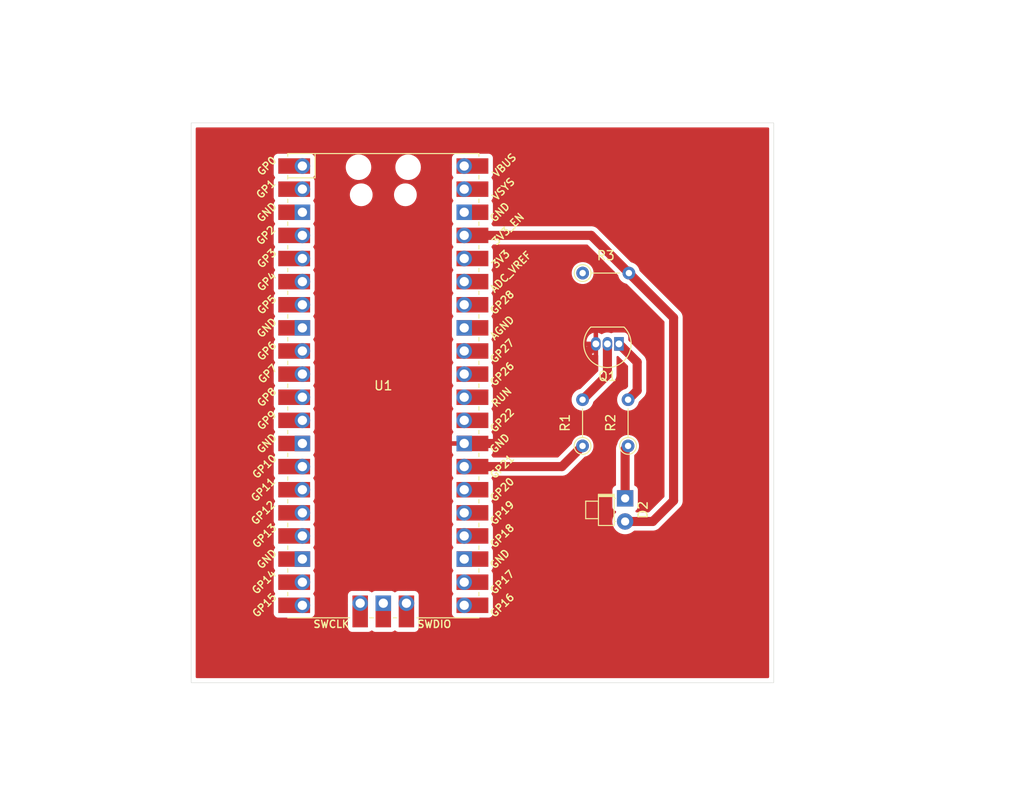
<source format=kicad_pcb>
(kicad_pcb (version 20240108) (generator "pcbnew") (generator_version "8.0")
  (layers (0 "F.Cu" signal) (31 "B.Cu" signal) (34 "B.Paste" user) (35 "F.Paste" user) (36 "B.SilkS" user "B.Silkscreen") (37 "F.SilkS" user "F.Silkscreen") (38 "B.Mask" user) (39 "F.Mask" user) (44 "Edge.Cuts" user))
  (net 0 "")
  (net 1 "Net-(Q1-C)")
  (net 2 "Net-(Q1-B)")
  (net 3 "Net-(Q1-E)")
  (net 4 "GND")
  (net 5 "3v3")
  (net 43 "VCC")
  (net 44 "Net-(D2-K)")
  (net 45 "Net-(U1-GPIO21)")
  (footprint "Resistor_THT:R_Axial_DIN0204_L3.6mm_D1.6mm_P5.08mm_Vertical" (layer "F.Cu") (at 138.01 96)
    (property "Reference" "R3" (at 2.54 -1.92 360) (layer "F.SilkS"))
    (property "Value" "220")
    (fp_line (start 0.92 0) (end 4.08 0) (stroke (width 0.12)) (layer "F.SilkS"))
    (fp_circle (center 0 0) (end 0.92 0) (stroke (width 0.12)) (fill none) (layer "F.SilkS"))
    (pad "1" thru_hole circle (at 0 0) (size 1.4 1.4) (drill 0.7) (layers "*.Cu" "*.Mask") (net 3 "Net-(Q1-E)"))
    (pad "2" thru_hole oval (at 5.08 0) (size 1.4 1.4) (drill 0.7) (layers "*.Cu" "*.Mask") (net 5 "3v3"))
  )
  (footprint "Package_TO_SOT_THT:TO-92_Inline" (layer "F.Cu") (at 142 103.78 180)
    (property "Reference" "Q1" (at 1.27 -3.56 180) (layer "F.SilkS"))
    (property "Value" "BC548")
    (fp_line (start -0.53 1.85) (end 3.07 1.85) (stroke (width 0.12)) (layer "F.SilkS"))
    (fp_arc (start 1.27 -2.6) (mid 3.672087 -0.994977) (end 3.108478 1.838478) (stroke (width 0.12)) (layer "F.SilkS"))
    (fp_arc (start -0.568478 1.838478) (mid -1.132087 -0.994977) (end 1.27 -2.6) (stroke (width 0.12)) (layer "F.SilkS"))
    (pad "1" thru_hole rect (at 0 0 180) (size 1.05 1.5) (drill 0.75) (layers "*.Cu" "*.Mask") (net 1 "Net-(Q1-C)"))
    (pad "2" thru_hole oval (at 1.27 0 180) (size 1.05 1.5) (drill 0.75) (layers "*.Cu" "*.Mask") (net 2 "Net-(Q1-B)"))
    (pad "3" thru_hole oval (at 2.54 0 180) (size 1.05 1.5) (drill 0.75) (layers "*.Cu" "*.Mask") (net 4 "GND"))
  )
  (footprint "Resistor_THT:R_Axial_DIN0204_L3.6mm_D1.6mm_P5.08mm_Vertical" (layer "F.Cu") (at 138 114.99 90)
    (property "Reference" "R1" (at 2.54 -1.92 270) (layer "F.SilkS"))
    (property "Value" "10K")
    (fp_line (start 0.92 0) (end 4.08 0) (stroke (width 0.12)) (layer "F.SilkS"))
    (fp_circle (center 0 0) (end 0.92 0) (stroke (width 0.12)) (fill none) (layer "F.SilkS"))
    (pad "1" thru_hole circle (at 0 0 90) (size 1.4 1.4) (drill 0.7) (layers "*.Cu" "*.Mask") (net 45 "Net-(U1-GPIO21)"))
    (pad "2" thru_hole oval (at 5.08 0 90) (size 1.4 1.4) (drill 0.7) (layers "*.Cu" "*.Mask") (net 2 "Net-(Q1-B)"))
  )
  (footprint "Resistor_THT:R_Axial_DIN0204_L3.6mm_D1.6mm_P5.08mm_Vertical" (layer "F.Cu") (at 143 114.99 90)
    (property "Reference" "R2" (at 2.54 -1.92 270) (layer "F.SilkS"))
    (property "Value" "220")
    (fp_line (start 0.92 0) (end 4.08 0) (stroke (width 0.12)) (layer "F.SilkS"))
    (fp_circle (center 0 0) (end 0.92 0) (stroke (width 0.12)) (fill none) (layer "F.SilkS"))
    (pad "1" thru_hole circle (at 0 0 90) (size 1.4 1.4) (drill 0.7) (layers "*.Cu" "*.Mask") (net 44 "Net-(D2-K)"))
    (pad "2" thru_hole oval (at 5.08 0 90) (size 1.4 1.4) (drill 0.7) (layers "*.Cu" "*.Mask") (net 1 "Net-(Q1-C)"))
  )
  (footprint "LED_THT:LED_D1.8mm_W1.8mm_H2.4mm_Horizontal_O1.27mm_Z8.2mm" (layer "F.Cu") (at 142.675 120.75 -90)
    (property "Reference" "D2" (at 1.27 -1.96 90) (layer "F.SilkS"))
    (property "Value" "LED")
    (fp_line (start 0.31 4.33) (end 2.23 4.33) (stroke (width 0.12)) (layer "F.SilkS"))
    (fp_line (start 2.23 4.33) (end 2.23 2.93) (stroke (width 0.12)) (layer "F.SilkS"))
    (fp_line (start -0.44 2.93) (end 2.98 2.93) (stroke (width 0.12)) (layer "F.SilkS"))
    (fp_line (start 0.31 2.93) (end 0.31 4.33) (stroke (width 0.12)) (layer "F.SilkS"))
    (fp_line (start 2.23 2.93) (end 0.31 2.93) (stroke (width 0.12)) (layer "F.SilkS"))
    (fp_line (start 2.98 2.93) (end 2.98 1.21) (stroke (width 0.12)) (layer "F.SilkS"))
    (fp_line (start -0.44 1.21) (end -0.44 2.93) (stroke (width 0.12)) (layer "F.SilkS"))
    (fp_line (start -0.32 1.21) (end -0.32 2.93) (stroke (width 0.12)) (layer "F.SilkS"))
    (fp_line (start -0.2 1.21) (end -0.2 2.93) (stroke (width 0.12)) (layer "F.SilkS"))
    (fp_line (start 0 1.21) (end 0 1.21) (stroke (width 0.12)) (layer "F.SilkS"))
    (fp_line (start 0 1.21) (end 0 1.08) (stroke (width 0.12)) (layer "F.SilkS"))
    (fp_line (start 2.54 1.21) (end 2.54 1.21) (stroke (width 0.12)) (layer "F.SilkS"))
    (fp_line (start 2.54 1.21) (end 2.54 1.08) (stroke (width 0.12)) (layer "F.SilkS"))
    (fp_line (start 2.98 1.21) (end -0.44 1.21) (stroke (width 0.12)) (layer "F.SilkS"))
    (fp_line (start 0 1.08) (end 0 1.21) (stroke (width 0.12)) (layer "F.SilkS"))
    (fp_line (start 0 1.08) (end 0 1.08) (stroke (width 0.12)) (layer "F.SilkS"))
    (fp_line (start 2.54 1.08) (end 2.54 1.21) (stroke (width 0.12)) (layer "F.SilkS"))
    (fp_line (start 2.54 1.08) (end 2.54 1.08) (stroke (width 0.12)) (layer "F.SilkS"))
    (pad "1" thru_hole rect (at 0 0 270) (size 1.8 1.8) (drill 0.9) (layers "*.Cu" "*.Mask") (net 44 "Net-(D2-K)"))
    (pad "2" thru_hole circle (at 2.54 0 270) (size 1.8 1.8) (drill 0.9) (layers "*.Cu" "*.Mask") (net 5 "3v3"))
  )
  (footprint "MCU_RaspberryPi_and_Boards:RPi_Pico_SMD_TH" (layer "F.Cu") (at 116.11 108.37)
    (property "Reference" "U1" (at 0 0 0) (layer "F.SilkS"))
    (property "Value" "Pico")
    (fp_line (start -10.5 -25.5) (end -10.5 -25.2) (stroke (width 0.12)) (layer "F.SilkS"))
    (fp_line (start -10.5 -25.5) (end 10.5 -25.5) (stroke (width 0.12)) (layer "F.SilkS"))
    (fp_line (start -10.5 -23.1) (end -10.5 -22.7) (stroke (width 0.12)) (layer "F.SilkS"))
    (fp_line (start -10.5 -22.833) (end -7.493 -22.833) (stroke (width 0.12)) (layer "F.SilkS"))
    (fp_line (start -10.5 -20.5) (end -10.5 -20.1) (stroke (width 0.12)) (layer "F.SilkS"))
    (fp_line (start -10.5 -18) (end -10.5 -17.6) (stroke (width 0.12)) (layer "F.SilkS"))
    (fp_line (start -10.5 -15.4) (end -10.5 -15) (stroke (width 0.12)) (layer "F.SilkS"))
    (fp_line (start -10.5 -12.9) (end -10.5 -12.5) (stroke (width 0.12)) (layer "F.SilkS"))
    (fp_line (start -10.5 -10.4) (end -10.5 -10) (stroke (width 0.12)) (layer "F.SilkS"))
    (fp_line (start -10.5 -7.8) (end -10.5 -7.4) (stroke (width 0.12)) (layer "F.SilkS"))
    (fp_line (start -10.5 -5.3) (end -10.5 -4.9) (stroke (width 0.12)) (layer "F.SilkS"))
    (fp_line (start -10.5 -2.7) (end -10.5 -2.3) (stroke (width 0.12)) (layer "F.SilkS"))
    (fp_line (start -10.5 -0.2) (end -10.5 0.2) (stroke (width 0.12)) (layer "F.SilkS"))
    (fp_line (start -10.5 2.3) (end -10.5 2.7) (stroke (width 0.12)) (layer "F.SilkS"))
    (fp_line (start -10.5 4.9) (end -10.5 5.3) (stroke (width 0.12)) (layer "F.SilkS"))
    (fp_line (start -10.5 7.4) (end -10.5 7.8) (stroke (width 0.12)) (layer "F.SilkS"))
    (fp_line (start -10.5 10) (end -10.5 10.4) (stroke (width 0.12)) (layer "F.SilkS"))
    (fp_line (start -10.5 12.5) (end -10.5 12.9) (stroke (width 0.12)) (layer "F.SilkS"))
    (fp_line (start -10.5 15.1) (end -10.5 15.5) (stroke (width 0.12)) (layer "F.SilkS"))
    (fp_line (start -10.5 17.6) (end -10.5 18) (stroke (width 0.12)) (layer "F.SilkS"))
    (fp_line (start -10.5 20.1) (end -10.5 20.5) (stroke (width 0.12)) (layer "F.SilkS"))
    (fp_line (start -10.5 22.7) (end -10.5 23.1) (stroke (width 0.12)) (layer "F.SilkS"))
    (fp_line (start -7.493 -22.833) (end -7.493 -25.5) (stroke (width 0.12)) (layer "F.SilkS"))
    (fp_line (start -3.7 25.5) (end -10.5 25.5) (stroke (width 0.12)) (layer "F.SilkS"))
    (fp_line (start -1.5 25.5) (end -1.1 25.5) (stroke (width 0.12)) (layer "F.SilkS"))
    (fp_line (start 1.1 25.5) (end 1.5 25.5) (stroke (width 0.12)) (layer "F.SilkS"))
    (fp_line (start 10.5 -25.5) (end 10.5 -25.2) (stroke (width 0.12)) (layer "F.SilkS"))
    (fp_line (start 10.5 -23.1) (end 10.5 -22.7) (stroke (width 0.12)) (layer "F.SilkS"))
    (fp_line (start 10.5 -20.5) (end 10.5 -20.1) (stroke (width 0.12)) (layer "F.SilkS"))
    (fp_line (start 10.5 -18) (end 10.5 -17.6) (stroke (width 0.12)) (layer "F.SilkS"))
    (fp_line (start 10.5 -15.4) (end 10.5 -15) (stroke (width 0.12)) (layer "F.SilkS"))
    (fp_line (start 10.5 -12.9) (end 10.5 -12.5) (stroke (width 0.12)) (layer "F.SilkS"))
    (fp_line (start 10.5 -10.4) (end 10.5 -10) (stroke (width 0.12)) (layer "F.SilkS"))
    (fp_line (start 10.5 -7.8) (end 10.5 -7.4) (stroke (width 0.12)) (layer "F.SilkS"))
    (fp_line (start 10.5 -5.3) (end 10.5 -4.9) (stroke (width 0.12)) (layer "F.SilkS"))
    (fp_line (start 10.5 -2.7) (end 10.5 -2.3) (stroke (width 0.12)) (layer "F.SilkS"))
    (fp_line (start 10.5 -0.2) (end 10.5 0.2) (stroke (width 0.12)) (layer "F.SilkS"))
    (fp_line (start 10.5 2.3) (end 10.5 2.7) (stroke (width 0.12)) (layer "F.SilkS"))
    (fp_line (start 10.5 4.9) (end 10.5 5.3) (stroke (width 0.12)) (layer "F.SilkS"))
    (fp_line (start 10.5 7.4) (end 10.5 7.8) (stroke (width 0.12)) (layer "F.SilkS"))
    (fp_line (start 10.5 10) (end 10.5 10.4) (stroke (width 0.12)) (layer "F.SilkS"))
    (fp_line (start 10.5 12.5) (end 10.5 12.9) (stroke (width 0.12)) (layer "F.SilkS"))
    (fp_line (start 10.5 15.1) (end 10.5 15.5) (stroke (width 0.12)) (layer "F.SilkS"))
    (fp_line (start 10.5 17.6) (end 10.5 18) (stroke (width 0.12)) (layer "F.SilkS"))
    (fp_line (start 10.5 20.1) (end 10.5 20.5) (stroke (width 0.12)) (layer "F.SilkS"))
    (fp_line (start 10.5 22.7) (end 10.5 23.1) (stroke (width 0.12)) (layer "F.SilkS"))
    (fp_line (start 10.5 25.5) (end 3.7 25.5) (stroke (width 0.12)) (layer "F.SilkS"))
    (fp_text user "3V3" (at 12.9 -13.9 45) (layer "F.SilkS") (effects (font (size 0.8 0.8))))
    (fp_text user "VSYS" (at 13.2 -21.59 45) (layer "F.SilkS") (effects (font (size 0.8 0.8))))
    (fp_text user "GP20" (at 13.054 11.43 45) (layer "F.SilkS") (effects (font (size 0.8 0.8))))
    (fp_text user "GP6" (at -12.8 -3.81 45) (layer "F.SilkS") (effects (font (size 0.8 0.8))))
    (fp_text user "3V3_EN" (at 13.7 -17.2 45) (layer "F.SilkS") (effects (font (size 0.8 0.8))))
    (fp_text user "GND" (at 12.8 19.05 45) (layer "F.SilkS") (effects (font (size 0.8 0.8))))
    (fp_text user "GP13" (at -13.054 16.51 45) (layer "F.SilkS") (effects (font (size 0.8 0.8))))
    (fp_text user "GND" (at -12.8 19.05 45) (layer "F.SilkS") (effects (font (size 0.8 0.8))))
    (fp_text user "GP28" (at 13.054 -9.144 45) (layer "F.SilkS") (effects (font (size 0.8 0.8))))
    (fp_text user "GND" (at -12.8 -6.35 45) (layer "F.SilkS") (effects (font (size 0.8 0.8))))
    (fp_text user "GND" (at -12.8 -19.05 45) (layer "F.SilkS") (effects (font (size 0.8 0.8))))
    (fp_text user "ADC_VREF" (at 14 -12.5 45) (layer "F.SilkS") (effects (font (size 0.8 0.8))))
    (fp_text user "GP12" (at -13.2 13.97 45) (layer "F.SilkS") (effects (font (size 0.8 0.8))))
    (fp_text user "GP8" (at -12.8 1.27 45) (layer "F.SilkS") (effects (font (size 0.8 0.8))))
    (fp_text user "GP9" (at -12.8 3.81 45) (layer "F.SilkS") (effects (font (size 0.8 0.8))))
    (fp_text user "GP0" (at -12.8 -24.13 45) (layer "F.SilkS") (effects (font (size 0.8 0.8))))
    (fp_text user "GP26" (at 13.054 -1.27 45) (layer "F.SilkS") (effects (font (size 0.8 0.8))))
    (fp_text user "GND" (at -12.8 6.35 45) (layer "F.SilkS") (effects (font (size 0.8 0.8))))
    (fp_text user "GP21" (at 13.054 8.9 45) (layer "F.SilkS") (effects (font (size 0.8 0.8))))
    (fp_text user "GP19" (at 13.054 13.97 45) (layer "F.SilkS") (effects (font (size 0.8 0.8))))
    (fp_text user "GP15" (at -13.054 24.13 45) (layer "F.SilkS") (effects (font (size 0.8 0.8))))
    (fp_text user "SWDIO" (at 5.6 26.2 0) (layer "F.SilkS") (effects (font (size 0.8 0.8))))
    (fp_text user "SWCLK" (at -5.7 26.2 0) (layer "F.SilkS") (effects (font (size 0.8 0.8))))
    (fp_text user "VBUS" (at 13.3 -24.2 45) (layer "F.SilkS") (effects (font (size 0.8 0.8))))
    (fp_text user "GP11" (at -13.2 11.43 45) (layer "F.SilkS") (effects (font (size 0.8 0.8))))
    (fp_text user "GP4" (at -12.8 -11.43 45) (layer "F.SilkS") (effects (font (size 0.8 0.8))))
    (fp_text user "GP16" (at 13.054 24.13 45) (layer "F.SilkS") (effects (font (size 0.8 0.8))))
    (fp_text user "GP10" (at -13.054 8.89 45) (layer "F.SilkS") (effects (font (size 0.8 0.8))))
    (fp_text user "GND" (at 12.8 -19.05 45) (layer "F.SilkS") (effects (font (size 0.8 0.8))))
    (fp_text user "GP18" (at 13.054 16.51 45) (layer "F.SilkS") (effects (font (size 0.8 0.8))))
    (fp_text user "GP22" (at 13.054 3.81 45) (layer "F.SilkS") (effects (font (size 0.8 0.8))))
    (fp_text user "AGND" (at 13.054 -6.35 45) (layer "F.SilkS") (effects (font (size 0.8 0.8))))
    (fp_text user "GP3" (at -12.8 -13.97 45) (layer "F.SilkS") (effects (font (size 0.8 0.8))))
    (fp_text user "GP14" (at -13.1 21.59 45) (layer "F.SilkS") (effects (font (size 0.8 0.8))))
    (fp_text user "GP27" (at 13.054 -3.8 45) (layer "F.SilkS") (effects (font (size 0.8 0.8))))
    (fp_text user "GND" (at 12.8 6.35 45) (layer "F.SilkS") (effects (font (size 0.8 0.8))))
    (fp_text user "GP17" (at 13.054 21.59 45) (layer "F.SilkS") (effects (font (size 0.8 0.8))))
    (fp_text user "GP2" (at -12.9 -16.51 45) (layer "F.SilkS") (effects (font (size 0.8 0.8))))
    (fp_text user "GP1" (at -12.9 -21.6 45) (layer "F.SilkS") (effects (font (size 0.8 0.8))))
    (fp_text user "GP5" (at -12.8 -8.89 45) (layer "F.SilkS") (effects (font (size 0.8 0.8))))
    (fp_text user "RUN" (at 13 1.27 45) (layer "F.SilkS") (effects (font (size 0.8 0.8))))
    (fp_text user "GP7" (at -12.7 -1.3 45) (layer "F.SilkS") (effects (font (size 0.8 0.8))))
    (pad "" np_thru_hole oval (at -2.725 -24) (size 1.8 1.8) (drill 1.8) (layers "*.Cu" "*.Mask"))
    (pad "" np_thru_hole oval (at -2.425 -20.97) (size 1.5 1.5) (drill 1.5) (layers "*.Cu" "*.Mask"))
    (pad "" np_thru_hole oval (at 2.425 -20.97) (size 1.5 1.5) (drill 1.5) (layers "*.Cu" "*.Mask"))
    (pad "" np_thru_hole oval (at 2.725 -24) (size 1.8 1.8) (drill 1.8) (layers "*.Cu" "*.Mask"))
    (pad "1" thru_hole oval (at -8.89 -24.13) (size 1.7 1.7) (drill 1.02) (layers "*.Cu" "*.Mask"))
    (pad "1" smd rect (at -8.89 -24.13) (size 3.5 1.7) (drill (offset -0.9 0)) (layers "F.Cu" "F.Mask"))
    (pad "2" thru_hole oval (at -8.89 -21.59) (size 1.7 1.7) (drill 1.02) (layers "*.Cu" "*.Mask"))
    (pad "2" smd rect (at -8.89 -21.59) (size 3.5 1.7) (drill (offset -0.9 0)) (layers "F.Cu" "F.Mask"))
    (pad "3" thru_hole rect (at -8.89 -19.05) (size 1.7 1.7) (drill 1.02) (layers "*.Cu" "*.Mask"))
    (pad "3" smd rect (at -8.89 -19.05) (size 3.5 1.7) (drill (offset -0.9 0)) (layers "F.Cu" "F.Mask"))
    (pad "4" thru_hole oval (at -8.89 -16.51) (size 1.7 1.7) (drill 1.02) (layers "*.Cu" "*.Mask"))
    (pad "4" smd rect (at -8.89 -16.51) (size 3.5 1.7) (drill (offset -0.9 0)) (layers "F.Cu" "F.Mask"))
    (pad "5" thru_hole oval (at -8.89 -13.97) (size 1.7 1.7) (drill 1.02) (layers "*.Cu" "*.Mask"))
    (pad "5" smd rect (at -8.89 -13.97) (size 3.5 1.7) (drill (offset -0.9 0)) (layers "F.Cu" "F.Mask"))
    (pad "6" thru_hole oval (at -8.89 -11.43) (size 1.7 1.7) (drill 1.02) (layers "*.Cu" "*.Mask"))
    (pad "6" smd rect (at -8.89 -11.43) (size 3.5 1.7) (drill (offset -0.9 0)) (layers "F.Cu" "F.Mask"))
    (pad "7" thru_hole oval (at -8.89 -8.89) (size 1.7 1.7) (drill 1.02) (layers "*.Cu" "*.Mask"))
    (pad "7" smd rect (at -8.89 -8.89) (size 3.5 1.7) (drill (offset -0.9 0)) (layers "F.Cu" "F.Mask"))
    (pad "8" thru_hole rect (at -8.89 -6.35) (size 1.7 1.7) (drill 1.02) (layers "*.Cu" "*.Mask"))
    (pad "8" smd rect (at -8.89 -6.35) (size 3.5 1.7) (drill (offset -0.9 0)) (layers "F.Cu" "F.Mask"))
    (pad "9" thru_hole oval (at -8.89 -3.81) (size 1.7 1.7) (drill 1.02) (layers "*.Cu" "*.Mask"))
    (pad "9" smd rect (at -8.89 -3.81) (size 3.5 1.7) (drill (offset -0.9 0)) (layers "F.Cu" "F.Mask"))
    (pad "10" thru_hole oval (at -8.89 -1.27) (size 1.7 1.7) (drill 1.02) (layers "*.Cu" "*.Mask"))
    (pad "10" smd rect (at -8.89 -1.27) (size 3.5 1.7) (drill (offset -0.9 0)) (layers "F.Cu" "F.Mask"))
    (pad "11" thru_hole oval (at -8.89 1.27) (size 1.7 1.7) (drill 1.02) (layers "*.Cu" "*.Mask"))
    (pad "11" smd rect (at -8.89 1.27) (size 3.5 1.7) (drill (offset -0.9 0)) (layers "F.Cu" "F.Mask"))
    (pad "12" thru_hole oval (at -8.89 3.81) (size 1.7 1.7) (drill 1.02) (layers "*.Cu" "*.Mask"))
    (pad "12" smd rect (at -8.89 3.81) (size 3.5 1.7) (drill (offset -0.9 0)) (layers "F.Cu" "F.Mask"))
    (pad "13" thru_hole rect (at -8.89 6.35) (size 1.7 1.7) (drill 1.02) (layers "*.Cu" "*.Mask"))
    (pad "13" smd rect (at -8.89 6.35) (size 3.5 1.7) (drill (offset -0.9 0)) (layers "F.Cu" "F.Mask"))
    (pad "14" thru_hole oval (at -8.89 8.89) (size 1.7 1.7) (drill 1.02) (layers "*.Cu" "*.Mask"))
    (pad "14" smd rect (at -8.89 8.89) (size 3.5 1.7) (drill (offset -0.9 0)) (layers "F.Cu" "F.Mask"))
    (pad "15" thru_hole oval (at -8.89 11.43) (size 1.7 1.7) (drill 1.02) (layers "*.Cu" "*.Mask"))
    (pad "15" smd rect (at -8.89 11.43) (size 3.5 1.7) (drill (offset -0.9 0)) (layers "F.Cu" "F.Mask"))
    (pad "16" thru_hole oval (at -8.89 13.97) (size 1.7 1.7) (drill 1.02) (layers "*.Cu" "*.Mask"))
    (pad "16" smd rect (at -8.89 13.97) (size 3.5 1.7) (drill (offset -0.9 0)) (layers "F.Cu" "F.Mask"))
    (pad "17" thru_hole oval (at -8.89 16.51) (size 1.7 1.7) (drill 1.02) (layers "*.Cu" "*.Mask"))
    (pad "17" smd rect (at -8.89 16.51) (size 3.5 1.7) (drill (offset -0.9 0)) (layers "F.Cu" "F.Mask"))
    (pad "18" thru_hole rect (at -8.89 19.05) (size 1.7 1.7) (drill 1.02) (layers "*.Cu" "*.Mask"))
    (pad "18" smd rect (at -8.89 19.05) (size 3.5 1.7) (drill (offset -0.9 0)) (layers "F.Cu" "F.Mask"))
    (pad "19" thru_hole oval (at -8.89 21.59) (size 1.7 1.7) (drill 1.02) (layers "*.Cu" "*.Mask"))
    (pad "19" smd rect (at -8.89 21.59) (size 3.5 1.7) (drill (offset -0.9 0)) (layers "F.Cu" "F.Mask"))
    (pad "20" thru_hole oval (at -8.89 24.13) (size 1.7 1.7) (drill 1.02) (layers "*.Cu" "*.Mask"))
    (pad "20" smd rect (at -8.89 24.13) (size 3.5 1.7) (drill (offset -0.9 0)) (layers "F.Cu" "F.Mask"))
    (pad "21" thru_hole oval (at 8.89 24.13) (size 1.7 1.7) (drill 1.02) (layers "*.Cu" "*.Mask"))
    (pad "21" smd rect (at 8.89 24.13) (size 3.5 1.7) (drill (offset 0.9 0)) (layers "F.Cu" "F.Mask"))
    (pad "22" thru_hole oval (at 8.89 21.59) (size 1.7 1.7) (drill 1.02) (layers "*.Cu" "*.Mask"))
    (pad "22" smd rect (at 8.89 21.59) (size 3.5 1.7) (drill (offset 0.9 0)) (layers "F.Cu" "F.Mask"))
    (pad "23" thru_hole rect (at 8.89 19.05) (size 1.7 1.7) (drill 1.02) (layers "*.Cu" "*.Mask"))
    (pad "23" smd rect (at 8.89 19.05) (size 3.5 1.7) (drill (offset 0.9 0)) (layers "F.Cu" "F.Mask"))
    (pad "24" thru_hole oval (at 8.89 16.51) (size 1.7 1.7) (drill 1.02) (layers "*.Cu" "*.Mask"))
    (pad "24" smd rect (at 8.89 16.51) (size 3.5 1.7) (drill (offset 0.9 0)) (layers "F.Cu" "F.Mask"))
    (pad "25" thru_hole oval (at 8.89 13.97) (size 1.7 1.7) (drill 1.02) (layers "*.Cu" "*.Mask"))
    (pad "25" smd rect (at 8.89 13.97) (size 3.5 1.7) (drill (offset 0.9 0)) (layers "F.Cu" "F.Mask"))
    (pad "26" thru_hole oval (at 8.89 11.43) (size 1.7 1.7) (drill 1.02) (layers "*.Cu" "*.Mask"))
    (pad "26" smd rect (at 8.89 11.43) (size 3.5 1.7) (drill (offset 0.9 0)) (layers "F.Cu" "F.Mask"))
    (pad "27" thru_hole oval (at 8.89 8.89) (size 1.7 1.7) (drill 1.02) (layers "*.Cu" "*.Mask") (net 45 "Net-(U1-GPIO21)"))
    (pad "27" smd rect (at 8.89 8.89) (size 3.5 1.7) (drill (offset 0.9 0)) (layers "F.Cu" "F.Mask") (net 45 "Net-(U1-GPIO21)"))
    (pad "28" thru_hole rect (at 8.89 6.35) (size 1.7 1.7) (drill 1.02) (layers "*.Cu" "*.Mask") (net 4 "GND"))
    (pad "28" smd rect (at 8.89 6.35) (size 3.5 1.7) (drill (offset 0.9 0)) (layers "F.Cu" "F.Mask") (net 4 "GND"))
    (pad "29" thru_hole oval (at 8.89 3.81) (size 1.7 1.7) (drill 1.02) (layers "*.Cu" "*.Mask"))
    (pad "29" smd rect (at 8.89 3.81) (size 3.5 1.7) (drill (offset 0.9 0)) (layers "F.Cu" "F.Mask"))
    (pad "30" thru_hole oval (at 8.89 1.27) (size 1.7 1.7) (drill 1.02) (layers "*.Cu" "*.Mask"))
    (pad "30" smd rect (at 8.89 1.27) (size 3.5 1.7) (drill (offset 0.9 0)) (layers "F.Cu" "F.Mask"))
    (pad "31" thru_hole oval (at 8.89 -1.27) (size 1.7 1.7) (drill 1.02) (layers "*.Cu" "*.Mask"))
    (pad "31" smd rect (at 8.89 -1.27) (size 3.5 1.7) (drill (offset 0.9 0)) (layers "F.Cu" "F.Mask"))
    (pad "32" thru_hole oval (at 8.89 -3.81) (size 1.7 1.7) (drill 1.02) (layers "*.Cu" "*.Mask"))
    (pad "32" smd rect (at 8.89 -3.81) (size 3.5 1.7) (drill (offset 0.9 0)) (layers "F.Cu" "F.Mask"))
    (pad "33" thru_hole rect (at 8.89 -6.35) (size 1.7 1.7) (drill 1.02) (layers "*.Cu" "*.Mask"))
    (pad "33" smd rect (at 8.89 -6.35) (size 3.5 1.7) (drill (offset 0.9 0)) (layers "F.Cu" "F.Mask"))
    (pad "34" thru_hole oval (at 8.89 -8.89) (size 1.7 1.7) (drill 1.02) (layers "*.Cu" "*.Mask"))
    (pad "34" smd rect (at 8.89 -8.89) (size 3.5 1.7) (drill (offset 0.9 0)) (layers "F.Cu" "F.Mask"))
    (pad "35" thru_hole oval (at 8.89 -11.43) (size 1.7 1.7) (drill 1.02) (layers "*.Cu" "*.Mask"))
    (pad "35" smd rect (at 8.89 -11.43) (size 3.5 1.7) (drill (offset 0.9 0)) (layers "F.Cu" "F.Mask"))
    (pad "36" thru_hole oval (at 8.89 -13.97) (size 1.7 1.7) (drill 1.02) (layers "*.Cu" "*.Mask"))
    (pad "36" smd rect (at 8.89 -13.97) (size 3.5 1.7) (drill (offset 0.9 0)) (layers "F.Cu" "F.Mask"))
    (pad "37" thru_hole oval (at 8.89 -16.51) (size 1.7 1.7) (drill 1.02) (layers "*.Cu" "*.Mask") (net 5 "3v3"))
    (pad "37" smd rect (at 8.89 -16.51) (size 3.5 1.7) (drill (offset 0.9 0)) (layers "F.Cu" "F.Mask") (net 5 "3v3"))
    (pad "38" thru_hole rect (at 8.89 -19.05) (size 1.7 1.7) (drill 1.02) (layers "*.Cu" "*.Mask"))
    (pad "38" smd rect (at 8.89 -19.05) (size 3.5 1.7) (drill (offset 0.9 0)) (layers "F.Cu" "F.Mask"))
    (pad "39" thru_hole oval (at 8.89 -21.59) (size 1.7 1.7) (drill 1.02) (layers "*.Cu" "*.Mask") (net 43 "VCC"))
    (pad "39" smd rect (at 8.89 -21.59) (size 3.5 1.7) (drill (offset 0.9 0)) (layers "F.Cu" "F.Mask") (net 43 "VCC"))
    (pad "40" thru_hole oval (at 8.89 -24.13) (size 1.7 1.7) (drill 1.02) (layers "*.Cu" "*.Mask"))
    (pad "40" smd rect (at 8.89 -24.13) (size 3.5 1.7) (drill (offset 0.9 0)) (layers "F.Cu" "F.Mask"))
    (pad "41" thru_hole oval (at -2.54 23.9) (size 1.7 1.7) (drill 1.02) (layers "*.Cu" "*.Mask"))
    (pad "41" smd rect (at -2.54 23.9 90) (size 3.5 1.7) (drill (offset -0.9 0)) (layers "F.Cu" "F.Mask"))
    (pad "42" thru_hole rect (at 0 23.9) (size 1.7 1.7) (drill 1.02) (layers "*.Cu" "*.Mask"))
    (pad "42" smd rect (at 0 23.9 90) (size 3.5 1.7) (drill (offset -0.9 0)) (layers "F.Cu" "F.Mask"))
    (pad "43" thru_hole oval (at 2.54 23.9) (size 1.7 1.7) (drill 1.02) (layers "*.Cu" "*.Mask"))
    (pad "43" smd rect (at 2.54 23.9 90) (size 3.5 1.7) (drill (offset -0.9 0)) (layers "F.Cu" "F.Mask"))
  )
  (gr_rect (start 95 79.5) (end 159 141) (stroke (width 0.05)) (fill none) (layer "Edge.Cuts"))
  (segment (start 144 108.91) (end 143 109.91) (width 1) (layer "F.Cu") (net 1))
  (segment (start 144 105.78) (end 144 108.91) (width 1) (layer "F.Cu") (net 1))
  (segment (start 142 103.78) (end 144 105.78) (width 1) (layer "F.Cu") (net 1))
  (segment (start 140.73 103.78) (end 140.73 107.18) (width 1) (layer "F.Cu") (net 2))
  (segment (start 140.73 107.18) (end 138 109.91) (width 1) (layer "F.Cu") (net 2))
  (segment (start 134.5 108.74) (end 139.46 103.78) (width 1) (layer "F.Cu") (net 4))
  (segment (start 125 114.72) (end 131.78 114.72) (width 1) (layer "F.Cu") (net 4))
  (segment (start 131.78 114.72) (end 134.5 112) (width 1) (layer "F.Cu") (net 4))
  (segment (start 134.5 112) (end 134.5 108.74) (width 1) (layer "F.Cu") (net 4))
  (segment (start 148 100.91) (end 143.09 96) (width 1) (layer "F.Cu") (net 5))
  (segment (start 142.675 123.29) (end 145.71 123.29) (width 1) (layer "F.Cu") (net 5))
  (segment (start 145.71 123.29) (end 148 121) (width 1) (layer "F.Cu") (net 5))
  (segment (start 148 121) (end 148 100.91) (width 1) (layer "F.Cu") (net 5))
  (segment (start 125 91.86) (end 138.95 91.86) (width 1) (layer "F.Cu") (net 5))
  (segment (start 138.95 91.86) (end 143.09 96) (width 1) (layer "F.Cu") (net 5))
  (segment (start 142.675 115.315) (end 143 114.99) (width 0.2) (layer "F.Cu") (net 44))
  (segment (start 142.675 120.75) (end 142.675 115.315) (width 1) (layer "F.Cu") (net 44))
  (segment (start 135.73 117.26) (end 138 114.99) (width 1) (layer "F.Cu") (net 45))
  (segment (start 125 117.26) (end 135.73 117.26) (width 1) (layer "F.Cu") (net 45))
  (zone (net 43) (net_name "VCC") (layer "F.Cu") (connect_pads (clearance 0.5)) (min_thickness 0.25) (fill yes (thermal_gap 0.5) (thermal_bridge_width 0.5))
    (polygon (pts (xy 97 79.5) (xy 96 140.5) (xy 157.5 141) (xy 158.5 79.5)))
  )
  (zone (net 4) (net_name "GND") (layer "F.Cu") (priority 1) (connect_pads (clearance 0.5)) (min_thickness 0.25) (fill yes (thermal_gap 0.5) (thermal_bridge_width 0.5))
    (polygon (pts (xy 186.5 67.5) (xy 75 66) (xy 74 155) (xy 186 155) (xy 186.5 126)))
  )
)
</source>
